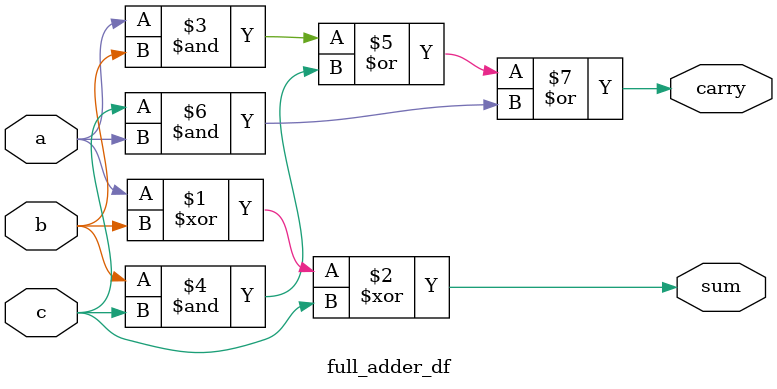
<source format=v>
`timescale 1ns / 1ps


module full_adder_df(input a,b,c ,output sum,carry);

assign sum=a^b^c;
assign carry=a&b | b&c | c&a;

endmodule

</source>
